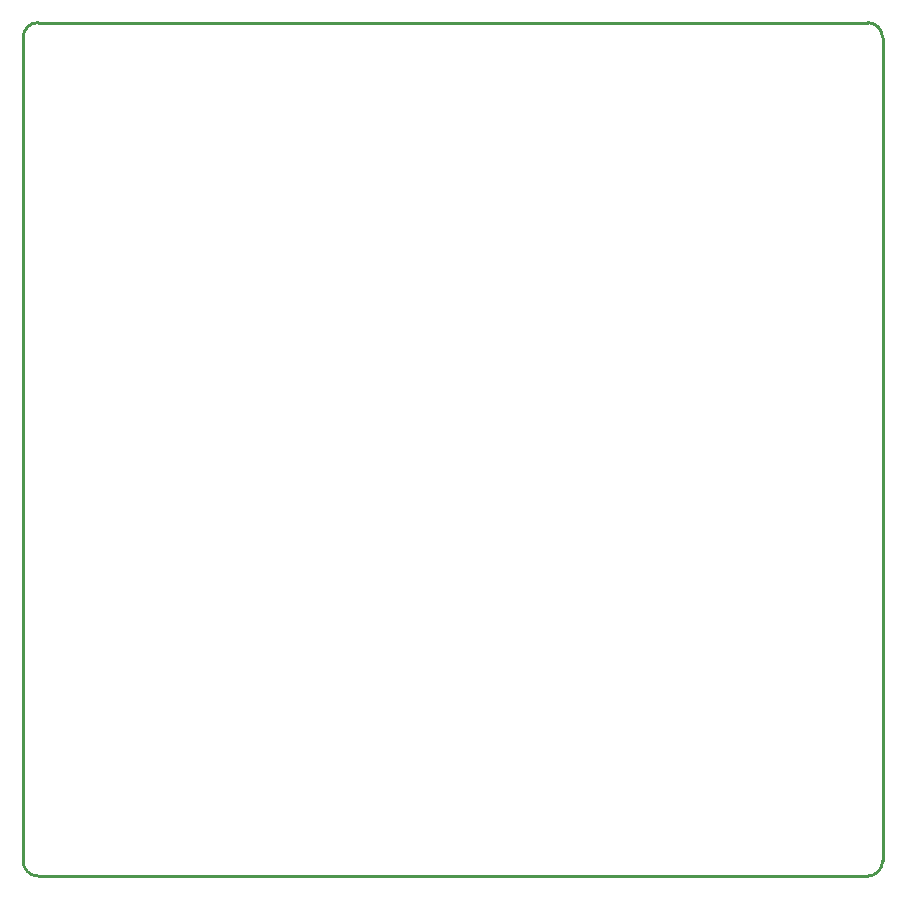
<source format=gm1>
G04 Layer_Color=16711935*
%FSLAX25Y25*%
%MOIN*%
G70*
G01*
G75*
%ADD14C,0.01000*%
D14*
X392000Y395500D02*
G03*
X387000Y400500I-5000J0D01*
G01*
Y116000D02*
G03*
X392000Y121000I0J5000D01*
G01*
X105500D02*
G03*
X110500Y116000I5000J0D01*
G01*
Y400500D02*
G03*
X105500Y395500I0J-5000D01*
G01*
X280000Y400500D02*
X387000D01*
X392000Y121000D02*
Y395500D01*
X110500Y116000D02*
X387000D01*
X105500Y121000D02*
Y395500D01*
X110500Y400500D02*
X281500D01*
X392000Y395500D02*
G03*
X387000Y400500I-5000J0D01*
G01*
Y116000D02*
G03*
X392000Y121000I0J5000D01*
G01*
X105500D02*
G03*
X110500Y116000I5000J0D01*
G01*
Y400500D02*
G03*
X105500Y395500I0J-5000D01*
G01*
X280000Y400500D02*
X387000D01*
X392000Y121000D02*
Y395500D01*
X110500Y116000D02*
X387000D01*
X105500Y121000D02*
Y395500D01*
X110500Y400500D02*
X281500D01*
M02*

</source>
